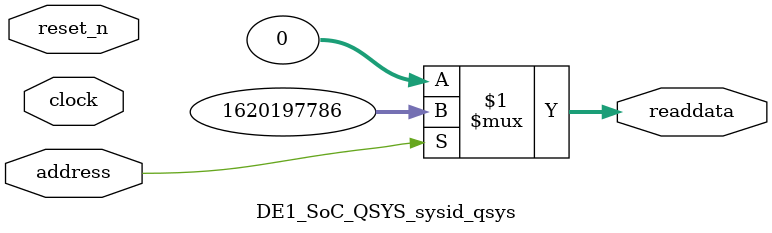
<source format=v>



// synthesis translate_off
`timescale 1ns / 1ps
// synthesis translate_on

// turn off superfluous verilog processor warnings 
// altera message_level Level1 
// altera message_off 10034 10035 10036 10037 10230 10240 10030 

module DE1_SoC_QSYS_sysid_qsys (
               // inputs:
                address,
                clock,
                reset_n,

               // outputs:
                readdata
             )
;

  output  [ 31: 0] readdata;
  input            address;
  input            clock;
  input            reset_n;

  wire    [ 31: 0] readdata;
  //control_slave, which is an e_avalon_slave
  assign readdata = address ? 1620197786 : 0;

endmodule



</source>
